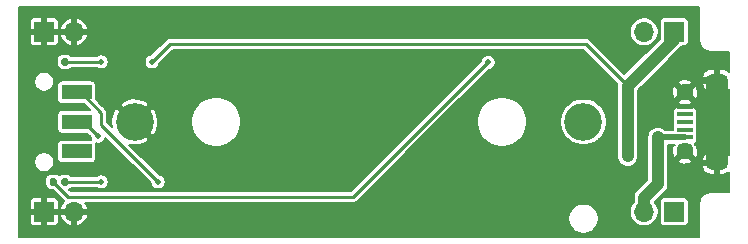
<source format=gbr>
G04 #@! TF.GenerationSoftware,KiCad,Pcbnew,5.1.6+dfsg1-1*
G04 #@! TF.CreationDate,2020-06-20T09:26:12-04:00*
G04 #@! TF.ProjectId,BreadBatt,42726561-6442-4617-9474-2e6b69636164,1*
G04 #@! TF.SameCoordinates,Original*
G04 #@! TF.FileFunction,Copper,L1,Top*
G04 #@! TF.FilePolarity,Positive*
%FSLAX46Y46*%
G04 Gerber Fmt 4.6, Leading zero omitted, Abs format (unit mm)*
G04 Created by KiCad (PCBNEW 5.1.6+dfsg1-1) date 2020-06-20 09:26:12*
%MOMM*%
%LPD*%
G01*
G04 APERTURE LIST*
G04 #@! TA.AperFunction,ComponentPad*
%ADD10C,3.200000*%
G04 #@! TD*
G04 #@! TA.AperFunction,SMDPad,CuDef*
%ADD11R,1.900000X1.500000*%
G04 #@! TD*
G04 #@! TA.AperFunction,ComponentPad*
%ADD12C,1.450000*%
G04 #@! TD*
G04 #@! TA.AperFunction,SMDPad,CuDef*
%ADD13R,1.350000X0.400000*%
G04 #@! TD*
G04 #@! TA.AperFunction,ComponentPad*
%ADD14O,1.900000X1.200000*%
G04 #@! TD*
G04 #@! TA.AperFunction,SMDPad,CuDef*
%ADD15R,1.900000X1.200000*%
G04 #@! TD*
G04 #@! TA.AperFunction,SMDPad,CuDef*
%ADD16R,2.500000X1.250000*%
G04 #@! TD*
G04 #@! TA.AperFunction,ComponentPad*
%ADD17R,1.700000X1.700000*%
G04 #@! TD*
G04 #@! TA.AperFunction,ComponentPad*
%ADD18O,1.700000X1.700000*%
G04 #@! TD*
G04 #@! TA.AperFunction,ViaPad*
%ADD19C,0.508000*%
G04 #@! TD*
G04 #@! TA.AperFunction,ViaPad*
%ADD20C,1.016000*%
G04 #@! TD*
G04 #@! TA.AperFunction,Conductor*
%ADD21C,0.254000*%
G04 #@! TD*
G04 #@! TA.AperFunction,Conductor*
%ADD22C,1.016000*%
G04 #@! TD*
G04 #@! TA.AperFunction,Conductor*
%ADD23C,0.508000*%
G04 #@! TD*
G04 #@! TA.AperFunction,Conductor*
%ADD24C,0.152400*%
G04 #@! TD*
G04 APERTURE END LIST*
D10*
X158700000Y-107950000D03*
X120700000Y-107950000D03*
G04 #@! TA.AperFunction,SMDPad,CuDef*
G36*
G01*
X114490000Y-113202500D02*
X114490000Y-112857500D01*
G75*
G02*
X114637500Y-112710000I147500J0D01*
G01*
X114932500Y-112710000D01*
G75*
G02*
X115080000Y-112857500I0J-147500D01*
G01*
X115080000Y-113202500D01*
G75*
G02*
X114932500Y-113350000I-147500J0D01*
G01*
X114637500Y-113350000D01*
G75*
G02*
X114490000Y-113202500I0J147500D01*
G01*
G37*
G04 #@! TD.AperFunction*
G04 #@! TA.AperFunction,SMDPad,CuDef*
G36*
G01*
X113520000Y-113202500D02*
X113520000Y-112857500D01*
G75*
G02*
X113667500Y-112710000I147500J0D01*
G01*
X113962500Y-112710000D01*
G75*
G02*
X114110000Y-112857500I0J-147500D01*
G01*
X114110000Y-113202500D01*
G75*
G02*
X113962500Y-113350000I-147500J0D01*
G01*
X113667500Y-113350000D01*
G75*
G02*
X113520000Y-113202500I0J147500D01*
G01*
G37*
G04 #@! TD.AperFunction*
G04 #@! TA.AperFunction,SMDPad,CuDef*
G36*
G01*
X113520000Y-103042500D02*
X113520000Y-102697500D01*
G75*
G02*
X113667500Y-102550000I147500J0D01*
G01*
X113962500Y-102550000D01*
G75*
G02*
X114110000Y-102697500I0J-147500D01*
G01*
X114110000Y-103042500D01*
G75*
G02*
X113962500Y-103190000I-147500J0D01*
G01*
X113667500Y-103190000D01*
G75*
G02*
X113520000Y-103042500I0J147500D01*
G01*
G37*
G04 #@! TD.AperFunction*
G04 #@! TA.AperFunction,SMDPad,CuDef*
G36*
G01*
X114490000Y-103042500D02*
X114490000Y-102697500D01*
G75*
G02*
X114637500Y-102550000I147500J0D01*
G01*
X114932500Y-102550000D01*
G75*
G02*
X115080000Y-102697500I0J-147500D01*
G01*
X115080000Y-103042500D01*
G75*
G02*
X114932500Y-103190000I-147500J0D01*
G01*
X114637500Y-103190000D01*
G75*
G02*
X114490000Y-103042500I0J147500D01*
G01*
G37*
G04 #@! TD.AperFunction*
D11*
X169995100Y-106950000D03*
D12*
X167295100Y-110450000D03*
D13*
X167295100Y-108600000D03*
X167295100Y-109250000D03*
X167295100Y-106650000D03*
X167295100Y-107300000D03*
X167295100Y-107950000D03*
D12*
X167295100Y-105450000D03*
D11*
X169995100Y-108950000D03*
D14*
X169995100Y-111450000D03*
X169995100Y-104450000D03*
D15*
X169995100Y-105050000D03*
X169995100Y-110850000D03*
D16*
X115780000Y-110450000D03*
X115780000Y-107950000D03*
X115780000Y-105450000D03*
D17*
X166370000Y-100330000D03*
D18*
X163830000Y-100330000D03*
X115570000Y-100330000D03*
D17*
X113030000Y-100330000D03*
X166370000Y-115570000D03*
D18*
X163830000Y-115570000D03*
X115570000Y-115570000D03*
D17*
X113030000Y-115570000D03*
D19*
X122682000Y-113030000D03*
X141097000Y-113792000D03*
D20*
X162433008Y-110871008D03*
D19*
X122174000Y-102870000D03*
X117856000Y-113030000D03*
X150622000Y-102910000D03*
X165003000Y-109250000D03*
X117856000Y-102870000D03*
X117602000Y-109156500D03*
D21*
X116118000Y-105450000D02*
X115780000Y-105450000D01*
X117856000Y-107188000D02*
X116118000Y-105450000D01*
X117856000Y-108204000D02*
X117856000Y-107188000D01*
X122682000Y-113030000D02*
X117856000Y-108204000D01*
X123698000Y-101346000D02*
X122174000Y-102870000D01*
D22*
X166370000Y-100978722D02*
X166370000Y-100330000D01*
X162433000Y-110871000D02*
X162433000Y-104915722D01*
X162433000Y-104915722D02*
X166370000Y-100978722D01*
D21*
X162433000Y-104915722D02*
X162433000Y-104902000D01*
X158877000Y-101346000D02*
X157861000Y-101346000D01*
X162433000Y-104902000D02*
X158877000Y-101346000D01*
X157988000Y-101346000D02*
X157861000Y-101346000D01*
X157861000Y-101346000D02*
X123698000Y-101346000D01*
X114785000Y-113030000D02*
X117856000Y-113030000D01*
X150582000Y-102910000D02*
X150622000Y-102910000D01*
X139192000Y-114300000D02*
X150582000Y-102910000D01*
X113815000Y-113030000D02*
X115085000Y-114300000D01*
X115085000Y-114300000D02*
X139192000Y-114300000D01*
D23*
X167295100Y-109250000D02*
X165003000Y-109250000D01*
D22*
X163830000Y-115570000D02*
X163830000Y-114367919D01*
X165003000Y-113194919D02*
X165003000Y-109250000D01*
X163830000Y-114367919D02*
X165003000Y-113194919D01*
D21*
X114785000Y-102870000D02*
X117856000Y-102870000D01*
X116405000Y-107950000D02*
X117602000Y-109147000D01*
X115780000Y-107950000D02*
X116405000Y-107950000D01*
X117602000Y-109147000D02*
X117602000Y-109156500D01*
D24*
G36*
X168516300Y-101111332D02*
G01*
X168517954Y-101128123D01*
X168517932Y-101131230D01*
X168518469Y-101136701D01*
X168528833Y-101235303D01*
X168535999Y-101270210D01*
X168542694Y-101305307D01*
X168544283Y-101310570D01*
X168573601Y-101405280D01*
X168587419Y-101438151D01*
X168600795Y-101471257D01*
X168603376Y-101476110D01*
X168650531Y-101563322D01*
X168670456Y-101592863D01*
X168690023Y-101622764D01*
X168693498Y-101627024D01*
X168756695Y-101703416D01*
X168781979Y-101728524D01*
X168806980Y-101754054D01*
X168811216Y-101757557D01*
X168888047Y-101820219D01*
X168917700Y-101839920D01*
X168947211Y-101860127D01*
X168952047Y-101862741D01*
X169039586Y-101909286D01*
X169072576Y-101922884D01*
X169105373Y-101936940D01*
X169110624Y-101938566D01*
X169205537Y-101967222D01*
X169240522Y-101974149D01*
X169275443Y-101981572D01*
X169280910Y-101982146D01*
X169379581Y-101991821D01*
X169379588Y-101991821D01*
X169398667Y-101993700D01*
X171056300Y-101993700D01*
X171056300Y-103732380D01*
X171050047Y-103724975D01*
X170895056Y-103601378D01*
X170718931Y-103510393D01*
X170528440Y-103455516D01*
X170330903Y-103438857D01*
X170172900Y-103548777D01*
X170172900Y-104272200D01*
X170192900Y-104272200D01*
X170192900Y-104627800D01*
X170172900Y-104627800D01*
X170172900Y-105351223D01*
X170330903Y-105461143D01*
X170528440Y-105444484D01*
X170718931Y-105389607D01*
X170895056Y-105298622D01*
X171050047Y-105175025D01*
X171056300Y-105167620D01*
X171056301Y-110732381D01*
X171050047Y-110724975D01*
X170895056Y-110601378D01*
X170718931Y-110510393D01*
X170528440Y-110455516D01*
X170330903Y-110438857D01*
X170172900Y-110548777D01*
X170172900Y-111272200D01*
X170192900Y-111272200D01*
X170192900Y-111627800D01*
X170172900Y-111627800D01*
X170172900Y-112351223D01*
X170330903Y-112461143D01*
X170528440Y-112444484D01*
X170718931Y-112389607D01*
X170895056Y-112298622D01*
X171050047Y-112175025D01*
X171056301Y-112167619D01*
X171056301Y-113906300D01*
X169398667Y-113906300D01*
X169381876Y-113907954D01*
X169378770Y-113907932D01*
X169373299Y-113908469D01*
X169274697Y-113918833D01*
X169239790Y-113925999D01*
X169204693Y-113932694D01*
X169199430Y-113934283D01*
X169104720Y-113963601D01*
X169071849Y-113977419D01*
X169038743Y-113990795D01*
X169033890Y-113993376D01*
X168946678Y-114040531D01*
X168917088Y-114060490D01*
X168887236Y-114080024D01*
X168882976Y-114083498D01*
X168806584Y-114146695D01*
X168781459Y-114171996D01*
X168755946Y-114196980D01*
X168752448Y-114201210D01*
X168752442Y-114201216D01*
X168752438Y-114201223D01*
X168689781Y-114278047D01*
X168670080Y-114307700D01*
X168649873Y-114337211D01*
X168647259Y-114342047D01*
X168600714Y-114429586D01*
X168587122Y-114462563D01*
X168573060Y-114495372D01*
X168571436Y-114500621D01*
X168571435Y-114500624D01*
X168542778Y-114595537D01*
X168535850Y-114630529D01*
X168528428Y-114665443D01*
X168527854Y-114670910D01*
X168518179Y-114769581D01*
X168518179Y-114769598D01*
X168516301Y-114788667D01*
X168516300Y-117716300D01*
X110883700Y-117716300D01*
X110883700Y-116420000D01*
X111797157Y-116420000D01*
X111804513Y-116494689D01*
X111826299Y-116566508D01*
X111861678Y-116632696D01*
X111909289Y-116690711D01*
X111967304Y-116738322D01*
X112033492Y-116773701D01*
X112105311Y-116795487D01*
X112180000Y-116802843D01*
X112756950Y-116801000D01*
X112852200Y-116705750D01*
X112852200Y-115747800D01*
X113207800Y-115747800D01*
X113207800Y-116705750D01*
X113303050Y-116801000D01*
X113880000Y-116802843D01*
X113954689Y-116795487D01*
X114026508Y-116773701D01*
X114092696Y-116738322D01*
X114150711Y-116690711D01*
X114198322Y-116632696D01*
X114233701Y-116566508D01*
X114255487Y-116494689D01*
X114262843Y-116420000D01*
X114261298Y-115936164D01*
X114394711Y-115936164D01*
X114488729Y-116158416D01*
X114624300Y-116358055D01*
X114796213Y-116527410D01*
X114997863Y-116659972D01*
X115203837Y-116745281D01*
X115392200Y-116691747D01*
X115392200Y-115747800D01*
X115747800Y-115747800D01*
X115747800Y-116691747D01*
X115936163Y-116745281D01*
X116142137Y-116659972D01*
X116343787Y-116527410D01*
X116515700Y-116358055D01*
X116651271Y-116158416D01*
X116708202Y-116023833D01*
X157419000Y-116023833D01*
X157419000Y-116276167D01*
X157468228Y-116523654D01*
X157564793Y-116756781D01*
X157704982Y-116966590D01*
X157883410Y-117145018D01*
X158093219Y-117285207D01*
X158326346Y-117381772D01*
X158573833Y-117431000D01*
X158826167Y-117431000D01*
X159073654Y-117381772D01*
X159306781Y-117285207D01*
X159516590Y-117145018D01*
X159695018Y-116966590D01*
X159835207Y-116756781D01*
X159931772Y-116523654D01*
X159981000Y-116276167D01*
X159981000Y-116023833D01*
X159931772Y-115776346D01*
X159835207Y-115543219D01*
X159772090Y-115448757D01*
X162599000Y-115448757D01*
X162599000Y-115691243D01*
X162646307Y-115929069D01*
X162739102Y-116153097D01*
X162873820Y-116354717D01*
X163045283Y-116526180D01*
X163246903Y-116660898D01*
X163470931Y-116753693D01*
X163708757Y-116801000D01*
X163951243Y-116801000D01*
X164189069Y-116753693D01*
X164413097Y-116660898D01*
X164614717Y-116526180D01*
X164786180Y-116354717D01*
X164920898Y-116153097D01*
X165013693Y-115929069D01*
X165061000Y-115691243D01*
X165061000Y-115448757D01*
X165013693Y-115210931D01*
X164920898Y-114986903D01*
X164786180Y-114785283D01*
X164728026Y-114727129D01*
X164735155Y-114720000D01*
X165137157Y-114720000D01*
X165137157Y-116420000D01*
X165144513Y-116494689D01*
X165166299Y-116566508D01*
X165201678Y-116632696D01*
X165249289Y-116690711D01*
X165307304Y-116738322D01*
X165373492Y-116773701D01*
X165445311Y-116795487D01*
X165520000Y-116802843D01*
X167220000Y-116802843D01*
X167294689Y-116795487D01*
X167366508Y-116773701D01*
X167432696Y-116738322D01*
X167490711Y-116690711D01*
X167538322Y-116632696D01*
X167573701Y-116566508D01*
X167595487Y-116494689D01*
X167602843Y-116420000D01*
X167602843Y-114720000D01*
X167595487Y-114645311D01*
X167573701Y-114573492D01*
X167538322Y-114507304D01*
X167490711Y-114449289D01*
X167432696Y-114401678D01*
X167366508Y-114366299D01*
X167294689Y-114344513D01*
X167220000Y-114337157D01*
X165520000Y-114337157D01*
X165445311Y-114344513D01*
X165373492Y-114366299D01*
X165307304Y-114401678D01*
X165249289Y-114449289D01*
X165201678Y-114507304D01*
X165166299Y-114573492D01*
X165144513Y-114645311D01*
X165137157Y-114720000D01*
X164735155Y-114720000D01*
X165600743Y-113854412D01*
X165634659Y-113826578D01*
X165745753Y-113691210D01*
X165828303Y-113536770D01*
X165879136Y-113369193D01*
X165892000Y-113238586D01*
X165892000Y-113238585D01*
X165896301Y-113194919D01*
X165892000Y-113151251D01*
X165892000Y-111776532D01*
X168720039Y-111776532D01*
X168812253Y-112023566D01*
X168940153Y-112175025D01*
X169095144Y-112298622D01*
X169271269Y-112389607D01*
X169461760Y-112444484D01*
X169659297Y-112461143D01*
X169817300Y-112351223D01*
X169817300Y-111627800D01*
X168777379Y-111627800D01*
X168720039Y-111776532D01*
X165892000Y-111776532D01*
X165892000Y-111283130D01*
X166713417Y-111283130D01*
X166794121Y-111442029D01*
X166997283Y-111520703D01*
X167211889Y-111558231D01*
X167429693Y-111553171D01*
X167642325Y-111505716D01*
X167796079Y-111442029D01*
X167876783Y-111283130D01*
X167717121Y-111123468D01*
X168720039Y-111123468D01*
X168777379Y-111272200D01*
X169817300Y-111272200D01*
X169817300Y-110548777D01*
X169659297Y-110438857D01*
X169461760Y-110455516D01*
X169271269Y-110510393D01*
X169095144Y-110601378D01*
X168940153Y-110724975D01*
X168812253Y-110876434D01*
X168720039Y-111123468D01*
X167717121Y-111123468D01*
X167295100Y-110701447D01*
X166713417Y-111283130D01*
X165892000Y-111283130D01*
X165892000Y-109885000D01*
X166429123Y-109885000D01*
X166303071Y-109949021D01*
X166224397Y-110152183D01*
X166186869Y-110366789D01*
X166191929Y-110584593D01*
X166239384Y-110797225D01*
X166303071Y-110950979D01*
X166461970Y-111031683D01*
X167043653Y-110450000D01*
X167029511Y-110435858D01*
X167280958Y-110184411D01*
X167295100Y-110198553D01*
X167309243Y-110184411D01*
X167560690Y-110435858D01*
X167546547Y-110450000D01*
X168128230Y-111031683D01*
X168287129Y-110950979D01*
X168365803Y-110747817D01*
X168403331Y-110533211D01*
X168398271Y-110315407D01*
X168350816Y-110102775D01*
X168287129Y-109949021D01*
X168128232Y-109868318D01*
X168206409Y-109790141D01*
X168183781Y-109767513D01*
X168240811Y-109720711D01*
X168288422Y-109662696D01*
X168323801Y-109596508D01*
X168345587Y-109524689D01*
X168352943Y-109450000D01*
X168352943Y-109050000D01*
X168345587Y-108975311D01*
X168330325Y-108925000D01*
X168345587Y-108874689D01*
X168352943Y-108800000D01*
X168352943Y-108400000D01*
X168345587Y-108325311D01*
X168330325Y-108275000D01*
X168345587Y-108224689D01*
X168352943Y-108150000D01*
X168352943Y-107750000D01*
X168345587Y-107675311D01*
X168330325Y-107625000D01*
X168345587Y-107574689D01*
X168352943Y-107500000D01*
X168352943Y-107100000D01*
X168345587Y-107025311D01*
X168323801Y-106953492D01*
X168288422Y-106887304D01*
X168240811Y-106829289D01*
X168182796Y-106781678D01*
X168116608Y-106746299D01*
X168044789Y-106724513D01*
X167970100Y-106717157D01*
X166620100Y-106717157D01*
X166545411Y-106724513D01*
X166473592Y-106746299D01*
X166407404Y-106781678D01*
X166349389Y-106829289D01*
X166301778Y-106887304D01*
X166266399Y-106953492D01*
X166244613Y-107025311D01*
X166237257Y-107100000D01*
X166237257Y-107500000D01*
X166244613Y-107574689D01*
X166259875Y-107625000D01*
X166244613Y-107675311D01*
X166237257Y-107750000D01*
X166237257Y-108150000D01*
X166244613Y-108224689D01*
X166259875Y-108275000D01*
X166244613Y-108325311D01*
X166237257Y-108400000D01*
X166237257Y-108615000D01*
X165630588Y-108615000D01*
X165499291Y-108507247D01*
X165344851Y-108424697D01*
X165177274Y-108373864D01*
X165003000Y-108356699D01*
X164828727Y-108373864D01*
X164661150Y-108424697D01*
X164506710Y-108507247D01*
X164371342Y-108618341D01*
X164260248Y-108753709D01*
X164177698Y-108908149D01*
X164126865Y-109075726D01*
X164114001Y-109206333D01*
X164114000Y-112826683D01*
X163232259Y-113708425D01*
X163198342Y-113736260D01*
X163170507Y-113770177D01*
X163170505Y-113770179D01*
X163087248Y-113871628D01*
X163004698Y-114026067D01*
X162953864Y-114193645D01*
X162936700Y-114367919D01*
X162941001Y-114411588D01*
X162941001Y-114718102D01*
X162873820Y-114785283D01*
X162739102Y-114986903D01*
X162646307Y-115210931D01*
X162599000Y-115448757D01*
X159772090Y-115448757D01*
X159695018Y-115333410D01*
X159516590Y-115154982D01*
X159306781Y-115014793D01*
X159073654Y-114918228D01*
X158826167Y-114869000D01*
X158573833Y-114869000D01*
X158326346Y-114918228D01*
X158093219Y-115014793D01*
X157883410Y-115154982D01*
X157704982Y-115333410D01*
X157564793Y-115543219D01*
X157468228Y-115776346D01*
X157419000Y-116023833D01*
X116708202Y-116023833D01*
X116745289Y-115936164D01*
X116692850Y-115747800D01*
X115747800Y-115747800D01*
X115392200Y-115747800D01*
X114447150Y-115747800D01*
X114394711Y-115936164D01*
X114261298Y-115936164D01*
X114261000Y-115843050D01*
X114165750Y-115747800D01*
X113207800Y-115747800D01*
X112852200Y-115747800D01*
X111894250Y-115747800D01*
X111799000Y-115843050D01*
X111797157Y-116420000D01*
X110883700Y-116420000D01*
X110883700Y-114720000D01*
X111797157Y-114720000D01*
X111799000Y-115296950D01*
X111894250Y-115392200D01*
X112852200Y-115392200D01*
X112852200Y-114434250D01*
X113207800Y-114434250D01*
X113207800Y-115392200D01*
X114165750Y-115392200D01*
X114261000Y-115296950D01*
X114262843Y-114720000D01*
X114255487Y-114645311D01*
X114233701Y-114573492D01*
X114198322Y-114507304D01*
X114150711Y-114449289D01*
X114092696Y-114401678D01*
X114026508Y-114366299D01*
X113954689Y-114344513D01*
X113880000Y-114337157D01*
X113303050Y-114339000D01*
X113207800Y-114434250D01*
X112852200Y-114434250D01*
X112756950Y-114339000D01*
X112180000Y-114337157D01*
X112105311Y-114344513D01*
X112033492Y-114366299D01*
X111967304Y-114401678D01*
X111909289Y-114449289D01*
X111861678Y-114507304D01*
X111826299Y-114573492D01*
X111804513Y-114645311D01*
X111797157Y-114720000D01*
X110883700Y-114720000D01*
X110883700Y-112857500D01*
X113137157Y-112857500D01*
X113137157Y-113202500D01*
X113147347Y-113305965D01*
X113177527Y-113405453D01*
X113226536Y-113497143D01*
X113292491Y-113577509D01*
X113372857Y-113643464D01*
X113464547Y-113692473D01*
X113564035Y-113722653D01*
X113667500Y-113732843D01*
X113799423Y-113732843D01*
X114708150Y-114641571D01*
X114724052Y-114660948D01*
X114736639Y-114671278D01*
X114624300Y-114781945D01*
X114488729Y-114981584D01*
X114394711Y-115203836D01*
X114447150Y-115392200D01*
X115392200Y-115392200D01*
X115392200Y-115372200D01*
X115747800Y-115372200D01*
X115747800Y-115392200D01*
X116692850Y-115392200D01*
X116745289Y-115203836D01*
X116651271Y-114981584D01*
X116533393Y-114808000D01*
X139167056Y-114808000D01*
X139192000Y-114810457D01*
X139216944Y-114808000D01*
X139216947Y-114808000D01*
X139291585Y-114800649D01*
X139387343Y-114771601D01*
X139475595Y-114724429D01*
X139552948Y-114660948D01*
X139568855Y-114641565D01*
X146470305Y-107740115D01*
X149669000Y-107740115D01*
X149669000Y-108159885D01*
X149750893Y-108571590D01*
X149911532Y-108959407D01*
X150144744Y-109308433D01*
X150441567Y-109605256D01*
X150790593Y-109838468D01*
X151178410Y-109999107D01*
X151590115Y-110081000D01*
X152009885Y-110081000D01*
X152421590Y-109999107D01*
X152809407Y-109838468D01*
X153158433Y-109605256D01*
X153455256Y-109308433D01*
X153688468Y-108959407D01*
X153849107Y-108571590D01*
X153931000Y-108159885D01*
X153931000Y-107754889D01*
X156719000Y-107754889D01*
X156719000Y-108145111D01*
X156795129Y-108527836D01*
X156944461Y-108888355D01*
X157161257Y-109212814D01*
X157437186Y-109488743D01*
X157761645Y-109705539D01*
X158122164Y-109854871D01*
X158504889Y-109931000D01*
X158895111Y-109931000D01*
X159277836Y-109854871D01*
X159638355Y-109705539D01*
X159962814Y-109488743D01*
X160238743Y-109212814D01*
X160455539Y-108888355D01*
X160604871Y-108527836D01*
X160681000Y-108145111D01*
X160681000Y-107754889D01*
X160604871Y-107372164D01*
X160455539Y-107011645D01*
X160238743Y-106687186D01*
X159962814Y-106411257D01*
X159638355Y-106194461D01*
X159277836Y-106045129D01*
X158895111Y-105969000D01*
X158504889Y-105969000D01*
X158122164Y-106045129D01*
X157761645Y-106194461D01*
X157437186Y-106411257D01*
X157161257Y-106687186D01*
X156944461Y-107011645D01*
X156795129Y-107372164D01*
X156719000Y-107754889D01*
X153931000Y-107754889D01*
X153931000Y-107740115D01*
X153849107Y-107328410D01*
X153688468Y-106940593D01*
X153455256Y-106591567D01*
X153158433Y-106294744D01*
X152809407Y-106061532D01*
X152421590Y-105900893D01*
X152009885Y-105819000D01*
X151590115Y-105819000D01*
X151178410Y-105900893D01*
X150790593Y-106061532D01*
X150441567Y-106294744D01*
X150144744Y-106591567D01*
X149911532Y-106940593D01*
X149750893Y-107328410D01*
X149669000Y-107740115D01*
X146470305Y-107740115D01*
X150665421Y-103545000D01*
X150684542Y-103545000D01*
X150807223Y-103520597D01*
X150922785Y-103472729D01*
X151026789Y-103403236D01*
X151115236Y-103314789D01*
X151184729Y-103210785D01*
X151232597Y-103095223D01*
X151257000Y-102972542D01*
X151257000Y-102847458D01*
X151232597Y-102724777D01*
X151184729Y-102609215D01*
X151115236Y-102505211D01*
X151026789Y-102416764D01*
X150922785Y-102347271D01*
X150807223Y-102299403D01*
X150684542Y-102275000D01*
X150559458Y-102275000D01*
X150436777Y-102299403D01*
X150321215Y-102347271D01*
X150217211Y-102416764D01*
X150128764Y-102505211D01*
X150059271Y-102609215D01*
X150011403Y-102724777D01*
X150002117Y-102771462D01*
X138981580Y-113792000D01*
X115295421Y-113792000D01*
X115174841Y-113671420D01*
X115227143Y-113643464D01*
X115307509Y-113577509D01*
X115339933Y-113538000D01*
X117473307Y-113538000D01*
X117555215Y-113592729D01*
X117670777Y-113640597D01*
X117793458Y-113665000D01*
X117918542Y-113665000D01*
X118041223Y-113640597D01*
X118156785Y-113592729D01*
X118260789Y-113523236D01*
X118349236Y-113434789D01*
X118418729Y-113330785D01*
X118466597Y-113215223D01*
X118491000Y-113092542D01*
X118491000Y-112967458D01*
X118466597Y-112844777D01*
X118418729Y-112729215D01*
X118349236Y-112625211D01*
X118260789Y-112536764D01*
X118156785Y-112467271D01*
X118041223Y-112419403D01*
X117918542Y-112395000D01*
X117793458Y-112395000D01*
X117670777Y-112419403D01*
X117555215Y-112467271D01*
X117473307Y-112522000D01*
X115339933Y-112522000D01*
X115307509Y-112482491D01*
X115227143Y-112416536D01*
X115135453Y-112367527D01*
X115035965Y-112337347D01*
X114932500Y-112327157D01*
X114637500Y-112327157D01*
X114534035Y-112337347D01*
X114434547Y-112367527D01*
X114342857Y-112416536D01*
X114300000Y-112451708D01*
X114257143Y-112416536D01*
X114165453Y-112367527D01*
X114065965Y-112337347D01*
X113962500Y-112327157D01*
X113667500Y-112327157D01*
X113564035Y-112337347D01*
X113464547Y-112367527D01*
X113372857Y-112416536D01*
X113292491Y-112482491D01*
X113226536Y-112562857D01*
X113177527Y-112654547D01*
X113147347Y-112754035D01*
X113137157Y-112857500D01*
X110883700Y-112857500D01*
X110883700Y-111268154D01*
X112199000Y-111268154D01*
X112199000Y-111431846D01*
X112230935Y-111592394D01*
X112293577Y-111743626D01*
X112384520Y-111879732D01*
X112500268Y-111995480D01*
X112636374Y-112086423D01*
X112787606Y-112149065D01*
X112948154Y-112181000D01*
X113111846Y-112181000D01*
X113272394Y-112149065D01*
X113423626Y-112086423D01*
X113559732Y-111995480D01*
X113675480Y-111879732D01*
X113766423Y-111743626D01*
X113829065Y-111592394D01*
X113861000Y-111431846D01*
X113861000Y-111268154D01*
X113829065Y-111107606D01*
X113766423Y-110956374D01*
X113675480Y-110820268D01*
X113559732Y-110704520D01*
X113423626Y-110613577D01*
X113272394Y-110550935D01*
X113111846Y-110519000D01*
X112948154Y-110519000D01*
X112787606Y-110550935D01*
X112636374Y-110613577D01*
X112500268Y-110704520D01*
X112384520Y-110820268D01*
X112293577Y-110956374D01*
X112230935Y-111107606D01*
X112199000Y-111268154D01*
X110883700Y-111268154D01*
X110883700Y-104468154D01*
X112199000Y-104468154D01*
X112199000Y-104631846D01*
X112230935Y-104792394D01*
X112293577Y-104943626D01*
X112384520Y-105079732D01*
X112500268Y-105195480D01*
X112636374Y-105286423D01*
X112787606Y-105349065D01*
X112948154Y-105381000D01*
X113111846Y-105381000D01*
X113272394Y-105349065D01*
X113423626Y-105286423D01*
X113559732Y-105195480D01*
X113675480Y-105079732D01*
X113766423Y-104943626D01*
X113815559Y-104825000D01*
X114147157Y-104825000D01*
X114147157Y-106075000D01*
X114154513Y-106149689D01*
X114176299Y-106221508D01*
X114211678Y-106287696D01*
X114259289Y-106345711D01*
X114317304Y-106393322D01*
X114383492Y-106428701D01*
X114455311Y-106450487D01*
X114530000Y-106457843D01*
X116407423Y-106457843D01*
X116891736Y-106942157D01*
X114530000Y-106942157D01*
X114455311Y-106949513D01*
X114383492Y-106971299D01*
X114317304Y-107006678D01*
X114259289Y-107054289D01*
X114211678Y-107112304D01*
X114176299Y-107178492D01*
X114154513Y-107250311D01*
X114147157Y-107325000D01*
X114147157Y-108575000D01*
X114154513Y-108649689D01*
X114176299Y-108721508D01*
X114211678Y-108787696D01*
X114259289Y-108845711D01*
X114317304Y-108893322D01*
X114383492Y-108928701D01*
X114455311Y-108950487D01*
X114530000Y-108957843D01*
X116694423Y-108957843D01*
X116969825Y-109233245D01*
X116991403Y-109341723D01*
X117033132Y-109442466D01*
X117030000Y-109442157D01*
X114530000Y-109442157D01*
X114455311Y-109449513D01*
X114383492Y-109471299D01*
X114317304Y-109506678D01*
X114259289Y-109554289D01*
X114211678Y-109612304D01*
X114176299Y-109678492D01*
X114154513Y-109750311D01*
X114147157Y-109825000D01*
X114147157Y-111075000D01*
X114154513Y-111149689D01*
X114176299Y-111221508D01*
X114211678Y-111287696D01*
X114259289Y-111345711D01*
X114317304Y-111393322D01*
X114383492Y-111428701D01*
X114455311Y-111450487D01*
X114530000Y-111457843D01*
X117030000Y-111457843D01*
X117104689Y-111450487D01*
X117176508Y-111428701D01*
X117242696Y-111393322D01*
X117300711Y-111345711D01*
X117348322Y-111287696D01*
X117383701Y-111221508D01*
X117405487Y-111149689D01*
X117412843Y-111075000D01*
X117412843Y-109825000D01*
X117406730Y-109762935D01*
X117416777Y-109767097D01*
X117539458Y-109791500D01*
X117664542Y-109791500D01*
X117787223Y-109767097D01*
X117902785Y-109719229D01*
X118006789Y-109649736D01*
X118095236Y-109561289D01*
X118164729Y-109457285D01*
X118212597Y-109341723D01*
X118223001Y-109289421D01*
X122052184Y-113118604D01*
X122071403Y-113215223D01*
X122119271Y-113330785D01*
X122188764Y-113434789D01*
X122277211Y-113523236D01*
X122381215Y-113592729D01*
X122496777Y-113640597D01*
X122619458Y-113665000D01*
X122744542Y-113665000D01*
X122867223Y-113640597D01*
X122982785Y-113592729D01*
X123086789Y-113523236D01*
X123175236Y-113434789D01*
X123244729Y-113330785D01*
X123292597Y-113215223D01*
X123317000Y-113092542D01*
X123317000Y-112967458D01*
X123292597Y-112844777D01*
X123244729Y-112729215D01*
X123175236Y-112625211D01*
X123086789Y-112536764D01*
X122982785Y-112467271D01*
X122867223Y-112419403D01*
X122770604Y-112400184D01*
X120249824Y-109879404D01*
X120410052Y-109919355D01*
X120799825Y-109938080D01*
X121185762Y-109880405D01*
X121553032Y-109748545D01*
X121721517Y-109658488D01*
X121908571Y-109410018D01*
X120700000Y-108201447D01*
X120685858Y-108215590D01*
X120434411Y-107964143D01*
X120448553Y-107950000D01*
X120951447Y-107950000D01*
X122160018Y-109158571D01*
X122408488Y-108971517D01*
X122574948Y-108618579D01*
X122669355Y-108239948D01*
X122688080Y-107850175D01*
X122671633Y-107740115D01*
X125469000Y-107740115D01*
X125469000Y-108159885D01*
X125550893Y-108571590D01*
X125711532Y-108959407D01*
X125944744Y-109308433D01*
X126241567Y-109605256D01*
X126590593Y-109838468D01*
X126978410Y-109999107D01*
X127390115Y-110081000D01*
X127809885Y-110081000D01*
X128221590Y-109999107D01*
X128609407Y-109838468D01*
X128958433Y-109605256D01*
X129255256Y-109308433D01*
X129488468Y-108959407D01*
X129649107Y-108571590D01*
X129731000Y-108159885D01*
X129731000Y-107740115D01*
X129649107Y-107328410D01*
X129488468Y-106940593D01*
X129255256Y-106591567D01*
X128958433Y-106294744D01*
X128609407Y-106061532D01*
X128221590Y-105900893D01*
X127809885Y-105819000D01*
X127390115Y-105819000D01*
X126978410Y-105900893D01*
X126590593Y-106061532D01*
X126241567Y-106294744D01*
X125944744Y-106591567D01*
X125711532Y-106940593D01*
X125550893Y-107328410D01*
X125469000Y-107740115D01*
X122671633Y-107740115D01*
X122630405Y-107464238D01*
X122498545Y-107096968D01*
X122408488Y-106928483D01*
X122160018Y-106741429D01*
X120951447Y-107950000D01*
X120448553Y-107950000D01*
X119239982Y-106741429D01*
X118991512Y-106928483D01*
X118825052Y-107281421D01*
X118730645Y-107660052D01*
X118711920Y-108049825D01*
X118763167Y-108392747D01*
X118364000Y-107993580D01*
X118364000Y-107212943D01*
X118366457Y-107187999D01*
X118364000Y-107163053D01*
X118356649Y-107088415D01*
X118327601Y-106992657D01*
X118293299Y-106928483D01*
X118280429Y-106904404D01*
X118232850Y-106846429D01*
X118216948Y-106827052D01*
X118197571Y-106811150D01*
X117876403Y-106489982D01*
X119491429Y-106489982D01*
X120700000Y-107698553D01*
X121908571Y-106489982D01*
X121721517Y-106241512D01*
X121368579Y-106075052D01*
X120989948Y-105980645D01*
X120600175Y-105961920D01*
X120214238Y-106019595D01*
X119846968Y-106151455D01*
X119678483Y-106241512D01*
X119491429Y-106489982D01*
X117876403Y-106489982D01*
X117412843Y-106026422D01*
X117412843Y-104825000D01*
X117405487Y-104750311D01*
X117383701Y-104678492D01*
X117348322Y-104612304D01*
X117300711Y-104554289D01*
X117242696Y-104506678D01*
X117176508Y-104471299D01*
X117104689Y-104449513D01*
X117030000Y-104442157D01*
X114530000Y-104442157D01*
X114455311Y-104449513D01*
X114383492Y-104471299D01*
X114317304Y-104506678D01*
X114259289Y-104554289D01*
X114211678Y-104612304D01*
X114176299Y-104678492D01*
X114154513Y-104750311D01*
X114147157Y-104825000D01*
X113815559Y-104825000D01*
X113829065Y-104792394D01*
X113861000Y-104631846D01*
X113861000Y-104468154D01*
X113829065Y-104307606D01*
X113766423Y-104156374D01*
X113675480Y-104020268D01*
X113559732Y-103904520D01*
X113423626Y-103813577D01*
X113272394Y-103750935D01*
X113111846Y-103719000D01*
X112948154Y-103719000D01*
X112787606Y-103750935D01*
X112636374Y-103813577D01*
X112500268Y-103904520D01*
X112384520Y-104020268D01*
X112293577Y-104156374D01*
X112230935Y-104307606D01*
X112199000Y-104468154D01*
X110883700Y-104468154D01*
X110883700Y-102697500D01*
X114107157Y-102697500D01*
X114107157Y-103042500D01*
X114117347Y-103145965D01*
X114147527Y-103245453D01*
X114196536Y-103337143D01*
X114262491Y-103417509D01*
X114342857Y-103483464D01*
X114434547Y-103532473D01*
X114534035Y-103562653D01*
X114637500Y-103572843D01*
X114932500Y-103572843D01*
X115035965Y-103562653D01*
X115135453Y-103532473D01*
X115227143Y-103483464D01*
X115307509Y-103417509D01*
X115339933Y-103378000D01*
X117473307Y-103378000D01*
X117555215Y-103432729D01*
X117670777Y-103480597D01*
X117793458Y-103505000D01*
X117918542Y-103505000D01*
X118041223Y-103480597D01*
X118156785Y-103432729D01*
X118260789Y-103363236D01*
X118349236Y-103274789D01*
X118418729Y-103170785D01*
X118466597Y-103055223D01*
X118491000Y-102932542D01*
X118491000Y-102807458D01*
X121539000Y-102807458D01*
X121539000Y-102932542D01*
X121563403Y-103055223D01*
X121611271Y-103170785D01*
X121680764Y-103274789D01*
X121769211Y-103363236D01*
X121873215Y-103432729D01*
X121988777Y-103480597D01*
X122111458Y-103505000D01*
X122236542Y-103505000D01*
X122359223Y-103480597D01*
X122474785Y-103432729D01*
X122578789Y-103363236D01*
X122667236Y-103274789D01*
X122736729Y-103170785D01*
X122784597Y-103055223D01*
X122803816Y-102958604D01*
X123908421Y-101854000D01*
X158666580Y-101854000D01*
X161556610Y-104744031D01*
X161539700Y-104915722D01*
X161544001Y-104959392D01*
X161544000Y-110914666D01*
X161544008Y-110914747D01*
X161544008Y-110958567D01*
X161552557Y-111001546D01*
X161556864Y-111045273D01*
X161569619Y-111087321D01*
X161578172Y-111130320D01*
X161594947Y-111170818D01*
X161607697Y-111212850D01*
X161628405Y-111251591D01*
X161645187Y-111292107D01*
X161669550Y-111328570D01*
X161690247Y-111367290D01*
X161718100Y-111401229D01*
X161742477Y-111437712D01*
X161773502Y-111468737D01*
X161801341Y-111502659D01*
X161835264Y-111530499D01*
X161866304Y-111561539D01*
X161902802Y-111585926D01*
X161936709Y-111613753D01*
X161975395Y-111634431D01*
X162011909Y-111658829D01*
X162052482Y-111675635D01*
X162091149Y-111696303D01*
X162133100Y-111709029D01*
X162173696Y-111725844D01*
X162216799Y-111734418D01*
X162258726Y-111747136D01*
X162302327Y-111751430D01*
X162345449Y-111760008D01*
X162389414Y-111760008D01*
X162433000Y-111764301D01*
X162476586Y-111760008D01*
X162520567Y-111760008D01*
X162563705Y-111751427D01*
X162607273Y-111747136D01*
X162649168Y-111734428D01*
X162692320Y-111725844D01*
X162732962Y-111709009D01*
X162774850Y-111696303D01*
X162813458Y-111675666D01*
X162854107Y-111658829D01*
X162890689Y-111634386D01*
X162929290Y-111613753D01*
X162963124Y-111585986D01*
X162999712Y-111561539D01*
X163030827Y-111530424D01*
X163064659Y-111502659D01*
X163092426Y-111468825D01*
X163123539Y-111437712D01*
X163147984Y-111401128D01*
X163175753Y-111367291D01*
X163196388Y-111328685D01*
X163220829Y-111292107D01*
X163237665Y-111251463D01*
X163258303Y-111212851D01*
X163271010Y-111170959D01*
X163287844Y-111130320D01*
X163296427Y-111087171D01*
X163309136Y-111045274D01*
X163313427Y-111001705D01*
X163322008Y-110958567D01*
X163322008Y-110783449D01*
X163322000Y-110783409D01*
X163322000Y-106283130D01*
X166713417Y-106283130D01*
X166794121Y-106442029D01*
X166997283Y-106520703D01*
X167211889Y-106558231D01*
X167429693Y-106553171D01*
X167642325Y-106505716D01*
X167796079Y-106442029D01*
X167876783Y-106283130D01*
X167295100Y-105701447D01*
X166713417Y-106283130D01*
X163322000Y-106283130D01*
X163322000Y-105366789D01*
X166186869Y-105366789D01*
X166191929Y-105584593D01*
X166239384Y-105797225D01*
X166303071Y-105950979D01*
X166461970Y-106031683D01*
X167043653Y-105450000D01*
X167546547Y-105450000D01*
X168128230Y-106031683D01*
X168287129Y-105950979D01*
X168365803Y-105747817D01*
X168403331Y-105533211D01*
X168398271Y-105315407D01*
X168350816Y-105102775D01*
X168287129Y-104949021D01*
X168128230Y-104868317D01*
X167546547Y-105450000D01*
X167043653Y-105450000D01*
X166461970Y-104868317D01*
X166303071Y-104949021D01*
X166224397Y-105152183D01*
X166186869Y-105366789D01*
X163322000Y-105366789D01*
X163322000Y-105283957D01*
X163989087Y-104616870D01*
X166713417Y-104616870D01*
X167295100Y-105198553D01*
X167717121Y-104776532D01*
X168720039Y-104776532D01*
X168812253Y-105023566D01*
X168940153Y-105175025D01*
X169095144Y-105298622D01*
X169271269Y-105389607D01*
X169461760Y-105444484D01*
X169659297Y-105461143D01*
X169817300Y-105351223D01*
X169817300Y-104627800D01*
X168777379Y-104627800D01*
X168720039Y-104776532D01*
X167717121Y-104776532D01*
X167876783Y-104616870D01*
X167796079Y-104457971D01*
X167592917Y-104379297D01*
X167378311Y-104341769D01*
X167160507Y-104346829D01*
X166947875Y-104394284D01*
X166794121Y-104457971D01*
X166713417Y-104616870D01*
X163989087Y-104616870D01*
X164482489Y-104123468D01*
X168720039Y-104123468D01*
X168777379Y-104272200D01*
X169817300Y-104272200D01*
X169817300Y-103548777D01*
X169659297Y-103438857D01*
X169461760Y-103455516D01*
X169271269Y-103510393D01*
X169095144Y-103601378D01*
X168940153Y-103724975D01*
X168812253Y-103876434D01*
X168720039Y-104123468D01*
X164482489Y-104123468D01*
X166967743Y-101638215D01*
X167001659Y-101610381D01*
X167035717Y-101568882D01*
X167040673Y-101562843D01*
X167220000Y-101562843D01*
X167294689Y-101555487D01*
X167366508Y-101533701D01*
X167432696Y-101498322D01*
X167490711Y-101450711D01*
X167538322Y-101392696D01*
X167573701Y-101326508D01*
X167595487Y-101254689D01*
X167602843Y-101180000D01*
X167602843Y-99480000D01*
X167595487Y-99405311D01*
X167573701Y-99333492D01*
X167538322Y-99267304D01*
X167490711Y-99209289D01*
X167432696Y-99161678D01*
X167366508Y-99126299D01*
X167294689Y-99104513D01*
X167220000Y-99097157D01*
X165520000Y-99097157D01*
X165445311Y-99104513D01*
X165373492Y-99126299D01*
X165307304Y-99161678D01*
X165249289Y-99209289D01*
X165201678Y-99267304D01*
X165166299Y-99333492D01*
X165144513Y-99405311D01*
X165137157Y-99480000D01*
X165137157Y-100954329D01*
X162170454Y-103921033D01*
X159253855Y-101004435D01*
X159237948Y-100985052D01*
X159160595Y-100921571D01*
X159072343Y-100874399D01*
X158976585Y-100845351D01*
X158901947Y-100838000D01*
X158901944Y-100838000D01*
X158877000Y-100835543D01*
X158852056Y-100838000D01*
X123722943Y-100838000D01*
X123697999Y-100835543D01*
X123673055Y-100838000D01*
X123673053Y-100838000D01*
X123598415Y-100845351D01*
X123502657Y-100874399D01*
X123502655Y-100874400D01*
X123414404Y-100921571D01*
X123359810Y-100966376D01*
X123337052Y-100985052D01*
X123321150Y-101004429D01*
X122085396Y-102240184D01*
X121988777Y-102259403D01*
X121873215Y-102307271D01*
X121769211Y-102376764D01*
X121680764Y-102465211D01*
X121611271Y-102569215D01*
X121563403Y-102684777D01*
X121539000Y-102807458D01*
X118491000Y-102807458D01*
X118466597Y-102684777D01*
X118418729Y-102569215D01*
X118349236Y-102465211D01*
X118260789Y-102376764D01*
X118156785Y-102307271D01*
X118041223Y-102259403D01*
X117918542Y-102235000D01*
X117793458Y-102235000D01*
X117670777Y-102259403D01*
X117555215Y-102307271D01*
X117473307Y-102362000D01*
X115339933Y-102362000D01*
X115307509Y-102322491D01*
X115227143Y-102256536D01*
X115135453Y-102207527D01*
X115035965Y-102177347D01*
X114932500Y-102167157D01*
X114637500Y-102167157D01*
X114534035Y-102177347D01*
X114434547Y-102207527D01*
X114342857Y-102256536D01*
X114262491Y-102322491D01*
X114196536Y-102402857D01*
X114147527Y-102494547D01*
X114117347Y-102594035D01*
X114107157Y-102697500D01*
X110883700Y-102697500D01*
X110883700Y-101180000D01*
X111797157Y-101180000D01*
X111804513Y-101254689D01*
X111826299Y-101326508D01*
X111861678Y-101392696D01*
X111909289Y-101450711D01*
X111967304Y-101498322D01*
X112033492Y-101533701D01*
X112105311Y-101555487D01*
X112180000Y-101562843D01*
X112756950Y-101561000D01*
X112852200Y-101465750D01*
X112852200Y-100507800D01*
X113207800Y-100507800D01*
X113207800Y-101465750D01*
X113303050Y-101561000D01*
X113880000Y-101562843D01*
X113954689Y-101555487D01*
X114026508Y-101533701D01*
X114092696Y-101498322D01*
X114150711Y-101450711D01*
X114198322Y-101392696D01*
X114233701Y-101326508D01*
X114255487Y-101254689D01*
X114262843Y-101180000D01*
X114261298Y-100696164D01*
X114394711Y-100696164D01*
X114488729Y-100918416D01*
X114624300Y-101118055D01*
X114796213Y-101287410D01*
X114997863Y-101419972D01*
X115203837Y-101505281D01*
X115392200Y-101451747D01*
X115392200Y-100507800D01*
X115747800Y-100507800D01*
X115747800Y-101451747D01*
X115936163Y-101505281D01*
X116142137Y-101419972D01*
X116343787Y-101287410D01*
X116515700Y-101118055D01*
X116651271Y-100918416D01*
X116745289Y-100696164D01*
X116692850Y-100507800D01*
X115747800Y-100507800D01*
X115392200Y-100507800D01*
X114447150Y-100507800D01*
X114394711Y-100696164D01*
X114261298Y-100696164D01*
X114261000Y-100603050D01*
X114165750Y-100507800D01*
X113207800Y-100507800D01*
X112852200Y-100507800D01*
X111894250Y-100507800D01*
X111799000Y-100603050D01*
X111797157Y-101180000D01*
X110883700Y-101180000D01*
X110883700Y-100208757D01*
X162599000Y-100208757D01*
X162599000Y-100451243D01*
X162646307Y-100689069D01*
X162739102Y-100913097D01*
X162873820Y-101114717D01*
X163045283Y-101286180D01*
X163246903Y-101420898D01*
X163470931Y-101513693D01*
X163708757Y-101561000D01*
X163951243Y-101561000D01*
X164189069Y-101513693D01*
X164413097Y-101420898D01*
X164614717Y-101286180D01*
X164786180Y-101114717D01*
X164920898Y-100913097D01*
X165013693Y-100689069D01*
X165061000Y-100451243D01*
X165061000Y-100208757D01*
X165013693Y-99970931D01*
X164920898Y-99746903D01*
X164786180Y-99545283D01*
X164614717Y-99373820D01*
X164413097Y-99239102D01*
X164189069Y-99146307D01*
X163951243Y-99099000D01*
X163708757Y-99099000D01*
X163470931Y-99146307D01*
X163246903Y-99239102D01*
X163045283Y-99373820D01*
X162873820Y-99545283D01*
X162739102Y-99746903D01*
X162646307Y-99970931D01*
X162599000Y-100208757D01*
X110883700Y-100208757D01*
X110883700Y-99480000D01*
X111797157Y-99480000D01*
X111799000Y-100056950D01*
X111894250Y-100152200D01*
X112852200Y-100152200D01*
X112852200Y-99194250D01*
X113207800Y-99194250D01*
X113207800Y-100152200D01*
X114165750Y-100152200D01*
X114261000Y-100056950D01*
X114261297Y-99963836D01*
X114394711Y-99963836D01*
X114447150Y-100152200D01*
X115392200Y-100152200D01*
X115392200Y-99208253D01*
X115747800Y-99208253D01*
X115747800Y-100152200D01*
X116692850Y-100152200D01*
X116745289Y-99963836D01*
X116651271Y-99741584D01*
X116515700Y-99541945D01*
X116343787Y-99372590D01*
X116142137Y-99240028D01*
X115936163Y-99154719D01*
X115747800Y-99208253D01*
X115392200Y-99208253D01*
X115203837Y-99154719D01*
X114997863Y-99240028D01*
X114796213Y-99372590D01*
X114624300Y-99541945D01*
X114488729Y-99741584D01*
X114394711Y-99963836D01*
X114261297Y-99963836D01*
X114262843Y-99480000D01*
X114255487Y-99405311D01*
X114233701Y-99333492D01*
X114198322Y-99267304D01*
X114150711Y-99209289D01*
X114092696Y-99161678D01*
X114026508Y-99126299D01*
X113954689Y-99104513D01*
X113880000Y-99097157D01*
X113303050Y-99099000D01*
X113207800Y-99194250D01*
X112852200Y-99194250D01*
X112756950Y-99099000D01*
X112180000Y-99097157D01*
X112105311Y-99104513D01*
X112033492Y-99126299D01*
X111967304Y-99161678D01*
X111909289Y-99209289D01*
X111861678Y-99267304D01*
X111826299Y-99333492D01*
X111804513Y-99405311D01*
X111797157Y-99480000D01*
X110883700Y-99480000D01*
X110883700Y-98183700D01*
X168516301Y-98183700D01*
X168516300Y-101111332D01*
G37*
X168516300Y-101111332D02*
X168517954Y-101128123D01*
X168517932Y-101131230D01*
X168518469Y-101136701D01*
X168528833Y-101235303D01*
X168535999Y-101270210D01*
X168542694Y-101305307D01*
X168544283Y-101310570D01*
X168573601Y-101405280D01*
X168587419Y-101438151D01*
X168600795Y-101471257D01*
X168603376Y-101476110D01*
X168650531Y-101563322D01*
X168670456Y-101592863D01*
X168690023Y-101622764D01*
X168693498Y-101627024D01*
X168756695Y-101703416D01*
X168781979Y-101728524D01*
X168806980Y-101754054D01*
X168811216Y-101757557D01*
X168888047Y-101820219D01*
X168917700Y-101839920D01*
X168947211Y-101860127D01*
X168952047Y-101862741D01*
X169039586Y-101909286D01*
X169072576Y-101922884D01*
X169105373Y-101936940D01*
X169110624Y-101938566D01*
X169205537Y-101967222D01*
X169240522Y-101974149D01*
X169275443Y-101981572D01*
X169280910Y-101982146D01*
X169379581Y-101991821D01*
X169379588Y-101991821D01*
X169398667Y-101993700D01*
X171056300Y-101993700D01*
X171056300Y-103732380D01*
X171050047Y-103724975D01*
X170895056Y-103601378D01*
X170718931Y-103510393D01*
X170528440Y-103455516D01*
X170330903Y-103438857D01*
X170172900Y-103548777D01*
X170172900Y-104272200D01*
X170192900Y-104272200D01*
X170192900Y-104627800D01*
X170172900Y-104627800D01*
X170172900Y-105351223D01*
X170330903Y-105461143D01*
X170528440Y-105444484D01*
X170718931Y-105389607D01*
X170895056Y-105298622D01*
X171050047Y-105175025D01*
X171056300Y-105167620D01*
X171056301Y-110732381D01*
X171050047Y-110724975D01*
X170895056Y-110601378D01*
X170718931Y-110510393D01*
X170528440Y-110455516D01*
X170330903Y-110438857D01*
X170172900Y-110548777D01*
X170172900Y-111272200D01*
X170192900Y-111272200D01*
X170192900Y-111627800D01*
X170172900Y-111627800D01*
X170172900Y-112351223D01*
X170330903Y-112461143D01*
X170528440Y-112444484D01*
X170718931Y-112389607D01*
X170895056Y-112298622D01*
X171050047Y-112175025D01*
X171056301Y-112167619D01*
X171056301Y-113906300D01*
X169398667Y-113906300D01*
X169381876Y-113907954D01*
X169378770Y-113907932D01*
X169373299Y-113908469D01*
X169274697Y-113918833D01*
X169239790Y-113925999D01*
X169204693Y-113932694D01*
X169199430Y-113934283D01*
X169104720Y-113963601D01*
X169071849Y-113977419D01*
X169038743Y-113990795D01*
X169033890Y-113993376D01*
X168946678Y-114040531D01*
X168917088Y-114060490D01*
X168887236Y-114080024D01*
X168882976Y-114083498D01*
X168806584Y-114146695D01*
X168781459Y-114171996D01*
X168755946Y-114196980D01*
X168752448Y-114201210D01*
X168752442Y-114201216D01*
X168752438Y-114201223D01*
X168689781Y-114278047D01*
X168670080Y-114307700D01*
X168649873Y-114337211D01*
X168647259Y-114342047D01*
X168600714Y-114429586D01*
X168587122Y-114462563D01*
X168573060Y-114495372D01*
X168571436Y-114500621D01*
X168571435Y-114500624D01*
X168542778Y-114595537D01*
X168535850Y-114630529D01*
X168528428Y-114665443D01*
X168527854Y-114670910D01*
X168518179Y-114769581D01*
X168518179Y-114769598D01*
X168516301Y-114788667D01*
X168516300Y-117716300D01*
X110883700Y-117716300D01*
X110883700Y-116420000D01*
X111797157Y-116420000D01*
X111804513Y-116494689D01*
X111826299Y-116566508D01*
X111861678Y-116632696D01*
X111909289Y-116690711D01*
X111967304Y-116738322D01*
X112033492Y-116773701D01*
X112105311Y-116795487D01*
X112180000Y-116802843D01*
X112756950Y-116801000D01*
X112852200Y-116705750D01*
X112852200Y-115747800D01*
X113207800Y-115747800D01*
X113207800Y-116705750D01*
X113303050Y-116801000D01*
X113880000Y-116802843D01*
X113954689Y-116795487D01*
X114026508Y-116773701D01*
X114092696Y-116738322D01*
X114150711Y-116690711D01*
X114198322Y-116632696D01*
X114233701Y-116566508D01*
X114255487Y-116494689D01*
X114262843Y-116420000D01*
X114261298Y-115936164D01*
X114394711Y-115936164D01*
X114488729Y-116158416D01*
X114624300Y-116358055D01*
X114796213Y-116527410D01*
X114997863Y-116659972D01*
X115203837Y-116745281D01*
X115392200Y-116691747D01*
X115392200Y-115747800D01*
X115747800Y-115747800D01*
X115747800Y-116691747D01*
X115936163Y-116745281D01*
X116142137Y-116659972D01*
X116343787Y-116527410D01*
X116515700Y-116358055D01*
X116651271Y-116158416D01*
X116708202Y-116023833D01*
X157419000Y-116023833D01*
X157419000Y-116276167D01*
X157468228Y-116523654D01*
X157564793Y-116756781D01*
X157704982Y-116966590D01*
X157883410Y-117145018D01*
X158093219Y-117285207D01*
X158326346Y-117381772D01*
X158573833Y-117431000D01*
X158826167Y-117431000D01*
X159073654Y-117381772D01*
X159306781Y-117285207D01*
X159516590Y-117145018D01*
X159695018Y-116966590D01*
X159835207Y-116756781D01*
X159931772Y-116523654D01*
X159981000Y-116276167D01*
X159981000Y-116023833D01*
X159931772Y-115776346D01*
X159835207Y-115543219D01*
X159772090Y-115448757D01*
X162599000Y-115448757D01*
X162599000Y-115691243D01*
X162646307Y-115929069D01*
X162739102Y-116153097D01*
X162873820Y-116354717D01*
X163045283Y-116526180D01*
X163246903Y-116660898D01*
X163470931Y-116753693D01*
X163708757Y-116801000D01*
X163951243Y-116801000D01*
X164189069Y-116753693D01*
X164413097Y-116660898D01*
X164614717Y-116526180D01*
X164786180Y-116354717D01*
X164920898Y-116153097D01*
X165013693Y-115929069D01*
X165061000Y-115691243D01*
X165061000Y-115448757D01*
X165013693Y-115210931D01*
X164920898Y-114986903D01*
X164786180Y-114785283D01*
X164728026Y-114727129D01*
X164735155Y-114720000D01*
X165137157Y-114720000D01*
X165137157Y-116420000D01*
X165144513Y-116494689D01*
X165166299Y-116566508D01*
X165201678Y-116632696D01*
X165249289Y-116690711D01*
X165307304Y-116738322D01*
X165373492Y-116773701D01*
X165445311Y-116795487D01*
X165520000Y-116802843D01*
X167220000Y-116802843D01*
X167294689Y-116795487D01*
X167366508Y-116773701D01*
X167432696Y-116738322D01*
X167490711Y-116690711D01*
X167538322Y-116632696D01*
X167573701Y-116566508D01*
X167595487Y-116494689D01*
X167602843Y-116420000D01*
X167602843Y-114720000D01*
X167595487Y-114645311D01*
X167573701Y-114573492D01*
X167538322Y-114507304D01*
X167490711Y-114449289D01*
X167432696Y-114401678D01*
X167366508Y-114366299D01*
X167294689Y-114344513D01*
X167220000Y-114337157D01*
X165520000Y-114337157D01*
X165445311Y-114344513D01*
X165373492Y-114366299D01*
X165307304Y-114401678D01*
X165249289Y-114449289D01*
X165201678Y-114507304D01*
X165166299Y-114573492D01*
X165144513Y-114645311D01*
X165137157Y-114720000D01*
X164735155Y-114720000D01*
X165600743Y-113854412D01*
X165634659Y-113826578D01*
X165745753Y-113691210D01*
X165828303Y-113536770D01*
X165879136Y-113369193D01*
X165892000Y-113238586D01*
X165892000Y-113238585D01*
X165896301Y-113194919D01*
X165892000Y-113151251D01*
X165892000Y-111776532D01*
X168720039Y-111776532D01*
X168812253Y-112023566D01*
X168940153Y-112175025D01*
X169095144Y-112298622D01*
X169271269Y-112389607D01*
X169461760Y-112444484D01*
X169659297Y-112461143D01*
X169817300Y-112351223D01*
X169817300Y-111627800D01*
X168777379Y-111627800D01*
X168720039Y-111776532D01*
X165892000Y-111776532D01*
X165892000Y-111283130D01*
X166713417Y-111283130D01*
X166794121Y-111442029D01*
X166997283Y-111520703D01*
X167211889Y-111558231D01*
X167429693Y-111553171D01*
X167642325Y-111505716D01*
X167796079Y-111442029D01*
X167876783Y-111283130D01*
X167717121Y-111123468D01*
X168720039Y-111123468D01*
X168777379Y-111272200D01*
X169817300Y-111272200D01*
X169817300Y-110548777D01*
X169659297Y-110438857D01*
X169461760Y-110455516D01*
X169271269Y-110510393D01*
X169095144Y-110601378D01*
X168940153Y-110724975D01*
X168812253Y-110876434D01*
X168720039Y-111123468D01*
X167717121Y-111123468D01*
X167295100Y-110701447D01*
X166713417Y-111283130D01*
X165892000Y-111283130D01*
X165892000Y-109885000D01*
X166429123Y-109885000D01*
X166303071Y-109949021D01*
X166224397Y-110152183D01*
X166186869Y-110366789D01*
X166191929Y-110584593D01*
X166239384Y-110797225D01*
X166303071Y-110950979D01*
X166461970Y-111031683D01*
X167043653Y-110450000D01*
X167029511Y-110435858D01*
X167280958Y-110184411D01*
X167295100Y-110198553D01*
X167309243Y-110184411D01*
X167560690Y-110435858D01*
X167546547Y-110450000D01*
X168128230Y-111031683D01*
X168287129Y-110950979D01*
X168365803Y-110747817D01*
X168403331Y-110533211D01*
X168398271Y-110315407D01*
X168350816Y-110102775D01*
X168287129Y-109949021D01*
X168128232Y-109868318D01*
X168206409Y-109790141D01*
X168183781Y-109767513D01*
X168240811Y-109720711D01*
X168288422Y-109662696D01*
X168323801Y-109596508D01*
X168345587Y-109524689D01*
X168352943Y-109450000D01*
X168352943Y-109050000D01*
X168345587Y-108975311D01*
X168330325Y-108925000D01*
X168345587Y-108874689D01*
X168352943Y-108800000D01*
X168352943Y-108400000D01*
X168345587Y-108325311D01*
X168330325Y-108275000D01*
X168345587Y-108224689D01*
X168352943Y-108150000D01*
X168352943Y-107750000D01*
X168345587Y-107675311D01*
X168330325Y-107625000D01*
X168345587Y-107574689D01*
X168352943Y-107500000D01*
X168352943Y-107100000D01*
X168345587Y-107025311D01*
X168323801Y-106953492D01*
X168288422Y-106887304D01*
X168240811Y-106829289D01*
X168182796Y-106781678D01*
X168116608Y-106746299D01*
X168044789Y-106724513D01*
X167970100Y-106717157D01*
X166620100Y-106717157D01*
X166545411Y-106724513D01*
X166473592Y-106746299D01*
X166407404Y-106781678D01*
X166349389Y-106829289D01*
X166301778Y-106887304D01*
X166266399Y-106953492D01*
X166244613Y-107025311D01*
X166237257Y-107100000D01*
X166237257Y-107500000D01*
X166244613Y-107574689D01*
X166259875Y-107625000D01*
X166244613Y-107675311D01*
X166237257Y-107750000D01*
X166237257Y-108150000D01*
X166244613Y-108224689D01*
X166259875Y-108275000D01*
X166244613Y-108325311D01*
X166237257Y-108400000D01*
X166237257Y-108615000D01*
X165630588Y-108615000D01*
X165499291Y-108507247D01*
X165344851Y-108424697D01*
X165177274Y-108373864D01*
X165003000Y-108356699D01*
X164828727Y-108373864D01*
X164661150Y-108424697D01*
X164506710Y-108507247D01*
X164371342Y-108618341D01*
X164260248Y-108753709D01*
X164177698Y-108908149D01*
X164126865Y-109075726D01*
X164114001Y-109206333D01*
X164114000Y-112826683D01*
X163232259Y-113708425D01*
X163198342Y-113736260D01*
X163170507Y-113770177D01*
X163170505Y-113770179D01*
X163087248Y-113871628D01*
X163004698Y-114026067D01*
X162953864Y-114193645D01*
X162936700Y-114367919D01*
X162941001Y-114411588D01*
X162941001Y-114718102D01*
X162873820Y-114785283D01*
X162739102Y-114986903D01*
X162646307Y-115210931D01*
X162599000Y-115448757D01*
X159772090Y-115448757D01*
X159695018Y-115333410D01*
X159516590Y-115154982D01*
X159306781Y-115014793D01*
X159073654Y-114918228D01*
X158826167Y-114869000D01*
X158573833Y-114869000D01*
X158326346Y-114918228D01*
X158093219Y-115014793D01*
X157883410Y-115154982D01*
X157704982Y-115333410D01*
X157564793Y-115543219D01*
X157468228Y-115776346D01*
X157419000Y-116023833D01*
X116708202Y-116023833D01*
X116745289Y-115936164D01*
X116692850Y-115747800D01*
X115747800Y-115747800D01*
X115392200Y-115747800D01*
X114447150Y-115747800D01*
X114394711Y-115936164D01*
X114261298Y-115936164D01*
X114261000Y-115843050D01*
X114165750Y-115747800D01*
X113207800Y-115747800D01*
X112852200Y-115747800D01*
X111894250Y-115747800D01*
X111799000Y-115843050D01*
X111797157Y-116420000D01*
X110883700Y-116420000D01*
X110883700Y-114720000D01*
X111797157Y-114720000D01*
X111799000Y-115296950D01*
X111894250Y-115392200D01*
X112852200Y-115392200D01*
X112852200Y-114434250D01*
X113207800Y-114434250D01*
X113207800Y-115392200D01*
X114165750Y-115392200D01*
X114261000Y-115296950D01*
X114262843Y-114720000D01*
X114255487Y-114645311D01*
X114233701Y-114573492D01*
X114198322Y-114507304D01*
X114150711Y-114449289D01*
X114092696Y-114401678D01*
X114026508Y-114366299D01*
X113954689Y-114344513D01*
X113880000Y-114337157D01*
X113303050Y-114339000D01*
X113207800Y-114434250D01*
X112852200Y-114434250D01*
X112756950Y-114339000D01*
X112180000Y-114337157D01*
X112105311Y-114344513D01*
X112033492Y-114366299D01*
X111967304Y-114401678D01*
X111909289Y-114449289D01*
X111861678Y-114507304D01*
X111826299Y-114573492D01*
X111804513Y-114645311D01*
X111797157Y-114720000D01*
X110883700Y-114720000D01*
X110883700Y-112857500D01*
X113137157Y-112857500D01*
X113137157Y-113202500D01*
X113147347Y-113305965D01*
X113177527Y-113405453D01*
X113226536Y-113497143D01*
X113292491Y-113577509D01*
X113372857Y-113643464D01*
X113464547Y-113692473D01*
X113564035Y-113722653D01*
X113667500Y-113732843D01*
X113799423Y-113732843D01*
X114708150Y-114641571D01*
X114724052Y-114660948D01*
X114736639Y-114671278D01*
X114624300Y-114781945D01*
X114488729Y-114981584D01*
X114394711Y-115203836D01*
X114447150Y-115392200D01*
X115392200Y-115392200D01*
X115392200Y-115372200D01*
X115747800Y-115372200D01*
X115747800Y-115392200D01*
X116692850Y-115392200D01*
X116745289Y-115203836D01*
X116651271Y-114981584D01*
X116533393Y-114808000D01*
X139167056Y-114808000D01*
X139192000Y-114810457D01*
X139216944Y-114808000D01*
X139216947Y-114808000D01*
X139291585Y-114800649D01*
X139387343Y-114771601D01*
X139475595Y-114724429D01*
X139552948Y-114660948D01*
X139568855Y-114641565D01*
X146470305Y-107740115D01*
X149669000Y-107740115D01*
X149669000Y-108159885D01*
X149750893Y-108571590D01*
X149911532Y-108959407D01*
X150144744Y-109308433D01*
X150441567Y-109605256D01*
X150790593Y-109838468D01*
X151178410Y-109999107D01*
X151590115Y-110081000D01*
X152009885Y-110081000D01*
X152421590Y-109999107D01*
X152809407Y-109838468D01*
X153158433Y-109605256D01*
X153455256Y-109308433D01*
X153688468Y-108959407D01*
X153849107Y-108571590D01*
X153931000Y-108159885D01*
X153931000Y-107754889D01*
X156719000Y-107754889D01*
X156719000Y-108145111D01*
X156795129Y-108527836D01*
X156944461Y-108888355D01*
X157161257Y-109212814D01*
X157437186Y-109488743D01*
X157761645Y-109705539D01*
X158122164Y-109854871D01*
X158504889Y-109931000D01*
X158895111Y-109931000D01*
X159277836Y-109854871D01*
X159638355Y-109705539D01*
X159962814Y-109488743D01*
X160238743Y-109212814D01*
X160455539Y-108888355D01*
X160604871Y-108527836D01*
X160681000Y-108145111D01*
X160681000Y-107754889D01*
X160604871Y-107372164D01*
X160455539Y-107011645D01*
X160238743Y-106687186D01*
X159962814Y-106411257D01*
X159638355Y-106194461D01*
X159277836Y-106045129D01*
X158895111Y-105969000D01*
X158504889Y-105969000D01*
X158122164Y-106045129D01*
X157761645Y-106194461D01*
X157437186Y-106411257D01*
X157161257Y-106687186D01*
X156944461Y-107011645D01*
X156795129Y-107372164D01*
X156719000Y-107754889D01*
X153931000Y-107754889D01*
X153931000Y-107740115D01*
X153849107Y-107328410D01*
X153688468Y-106940593D01*
X153455256Y-106591567D01*
X153158433Y-106294744D01*
X152809407Y-106061532D01*
X152421590Y-105900893D01*
X152009885Y-105819000D01*
X151590115Y-105819000D01*
X151178410Y-105900893D01*
X150790593Y-106061532D01*
X150441567Y-106294744D01*
X150144744Y-106591567D01*
X149911532Y-106940593D01*
X149750893Y-107328410D01*
X149669000Y-107740115D01*
X146470305Y-107740115D01*
X150665421Y-103545000D01*
X150684542Y-103545000D01*
X150807223Y-103520597D01*
X150922785Y-103472729D01*
X151026789Y-103403236D01*
X151115236Y-103314789D01*
X151184729Y-103210785D01*
X151232597Y-103095223D01*
X151257000Y-102972542D01*
X151257000Y-102847458D01*
X151232597Y-102724777D01*
X151184729Y-102609215D01*
X151115236Y-102505211D01*
X151026789Y-102416764D01*
X150922785Y-102347271D01*
X150807223Y-102299403D01*
X150684542Y-102275000D01*
X150559458Y-102275000D01*
X150436777Y-102299403D01*
X150321215Y-102347271D01*
X150217211Y-102416764D01*
X150128764Y-102505211D01*
X150059271Y-102609215D01*
X150011403Y-102724777D01*
X150002117Y-102771462D01*
X138981580Y-113792000D01*
X115295421Y-113792000D01*
X115174841Y-113671420D01*
X115227143Y-113643464D01*
X115307509Y-113577509D01*
X115339933Y-113538000D01*
X117473307Y-113538000D01*
X117555215Y-113592729D01*
X117670777Y-113640597D01*
X117793458Y-113665000D01*
X117918542Y-113665000D01*
X118041223Y-113640597D01*
X118156785Y-113592729D01*
X118260789Y-113523236D01*
X118349236Y-113434789D01*
X118418729Y-113330785D01*
X118466597Y-113215223D01*
X118491000Y-113092542D01*
X118491000Y-112967458D01*
X118466597Y-112844777D01*
X118418729Y-112729215D01*
X118349236Y-112625211D01*
X118260789Y-112536764D01*
X118156785Y-112467271D01*
X118041223Y-112419403D01*
X117918542Y-112395000D01*
X117793458Y-112395000D01*
X117670777Y-112419403D01*
X117555215Y-112467271D01*
X117473307Y-112522000D01*
X115339933Y-112522000D01*
X115307509Y-112482491D01*
X115227143Y-112416536D01*
X115135453Y-112367527D01*
X115035965Y-112337347D01*
X114932500Y-112327157D01*
X114637500Y-112327157D01*
X114534035Y-112337347D01*
X114434547Y-112367527D01*
X114342857Y-112416536D01*
X114300000Y-112451708D01*
X114257143Y-112416536D01*
X114165453Y-112367527D01*
X114065965Y-112337347D01*
X113962500Y-112327157D01*
X113667500Y-112327157D01*
X113564035Y-112337347D01*
X113464547Y-112367527D01*
X113372857Y-112416536D01*
X113292491Y-112482491D01*
X113226536Y-112562857D01*
X113177527Y-112654547D01*
X113147347Y-112754035D01*
X113137157Y-112857500D01*
X110883700Y-112857500D01*
X110883700Y-111268154D01*
X112199000Y-111268154D01*
X112199000Y-111431846D01*
X112230935Y-111592394D01*
X112293577Y-111743626D01*
X112384520Y-111879732D01*
X112500268Y-111995480D01*
X112636374Y-112086423D01*
X112787606Y-112149065D01*
X112948154Y-112181000D01*
X113111846Y-112181000D01*
X113272394Y-112149065D01*
X113423626Y-112086423D01*
X113559732Y-111995480D01*
X113675480Y-111879732D01*
X113766423Y-111743626D01*
X113829065Y-111592394D01*
X113861000Y-111431846D01*
X113861000Y-111268154D01*
X113829065Y-111107606D01*
X113766423Y-110956374D01*
X113675480Y-110820268D01*
X113559732Y-110704520D01*
X113423626Y-110613577D01*
X113272394Y-110550935D01*
X113111846Y-110519000D01*
X112948154Y-110519000D01*
X112787606Y-110550935D01*
X112636374Y-110613577D01*
X112500268Y-110704520D01*
X112384520Y-110820268D01*
X112293577Y-110956374D01*
X112230935Y-111107606D01*
X112199000Y-111268154D01*
X110883700Y-111268154D01*
X110883700Y-104468154D01*
X112199000Y-104468154D01*
X112199000Y-104631846D01*
X112230935Y-104792394D01*
X112293577Y-104943626D01*
X112384520Y-105079732D01*
X112500268Y-105195480D01*
X112636374Y-105286423D01*
X112787606Y-105349065D01*
X112948154Y-105381000D01*
X113111846Y-105381000D01*
X113272394Y-105349065D01*
X113423626Y-105286423D01*
X113559732Y-105195480D01*
X113675480Y-105079732D01*
X113766423Y-104943626D01*
X113815559Y-104825000D01*
X114147157Y-104825000D01*
X114147157Y-106075000D01*
X114154513Y-106149689D01*
X114176299Y-106221508D01*
X114211678Y-106287696D01*
X114259289Y-106345711D01*
X114317304Y-106393322D01*
X114383492Y-106428701D01*
X114455311Y-106450487D01*
X114530000Y-106457843D01*
X116407423Y-106457843D01*
X116891736Y-106942157D01*
X114530000Y-106942157D01*
X114455311Y-106949513D01*
X114383492Y-106971299D01*
X114317304Y-107006678D01*
X114259289Y-107054289D01*
X114211678Y-107112304D01*
X114176299Y-107178492D01*
X114154513Y-107250311D01*
X114147157Y-107325000D01*
X114147157Y-108575000D01*
X114154513Y-108649689D01*
X114176299Y-108721508D01*
X114211678Y-108787696D01*
X114259289Y-108845711D01*
X114317304Y-108893322D01*
X114383492Y-108928701D01*
X114455311Y-108950487D01*
X114530000Y-108957843D01*
X116694423Y-108957843D01*
X116969825Y-109233245D01*
X116991403Y-109341723D01*
X117033132Y-109442466D01*
X117030000Y-109442157D01*
X114530000Y-109442157D01*
X114455311Y-109449513D01*
X114383492Y-109471299D01*
X114317304Y-109506678D01*
X114259289Y-109554289D01*
X114211678Y-109612304D01*
X114176299Y-109678492D01*
X114154513Y-109750311D01*
X114147157Y-109825000D01*
X114147157Y-111075000D01*
X114154513Y-111149689D01*
X114176299Y-111221508D01*
X114211678Y-111287696D01*
X114259289Y-111345711D01*
X114317304Y-111393322D01*
X114383492Y-111428701D01*
X114455311Y-111450487D01*
X114530000Y-111457843D01*
X117030000Y-111457843D01*
X117104689Y-111450487D01*
X117176508Y-111428701D01*
X117242696Y-111393322D01*
X117300711Y-111345711D01*
X117348322Y-111287696D01*
X117383701Y-111221508D01*
X117405487Y-111149689D01*
X117412843Y-111075000D01*
X117412843Y-109825000D01*
X117406730Y-109762935D01*
X117416777Y-109767097D01*
X117539458Y-109791500D01*
X117664542Y-109791500D01*
X117787223Y-109767097D01*
X117902785Y-109719229D01*
X118006789Y-109649736D01*
X118095236Y-109561289D01*
X118164729Y-109457285D01*
X118212597Y-109341723D01*
X118223001Y-109289421D01*
X122052184Y-113118604D01*
X122071403Y-113215223D01*
X122119271Y-113330785D01*
X122188764Y-113434789D01*
X122277211Y-113523236D01*
X122381215Y-113592729D01*
X122496777Y-113640597D01*
X122619458Y-113665000D01*
X122744542Y-113665000D01*
X122867223Y-113640597D01*
X122982785Y-113592729D01*
X123086789Y-113523236D01*
X123175236Y-113434789D01*
X123244729Y-113330785D01*
X123292597Y-113215223D01*
X123317000Y-113092542D01*
X123317000Y-112967458D01*
X123292597Y-112844777D01*
X123244729Y-112729215D01*
X123175236Y-112625211D01*
X123086789Y-112536764D01*
X122982785Y-112467271D01*
X122867223Y-112419403D01*
X122770604Y-112400184D01*
X120249824Y-109879404D01*
X120410052Y-109919355D01*
X120799825Y-109938080D01*
X121185762Y-109880405D01*
X121553032Y-109748545D01*
X121721517Y-109658488D01*
X121908571Y-109410018D01*
X120700000Y-108201447D01*
X120685858Y-108215590D01*
X120434411Y-107964143D01*
X120448553Y-107950000D01*
X120951447Y-107950000D01*
X122160018Y-109158571D01*
X122408488Y-108971517D01*
X122574948Y-108618579D01*
X122669355Y-108239948D01*
X122688080Y-107850175D01*
X122671633Y-107740115D01*
X125469000Y-107740115D01*
X125469000Y-108159885D01*
X125550893Y-108571590D01*
X125711532Y-108959407D01*
X125944744Y-109308433D01*
X126241567Y-109605256D01*
X126590593Y-109838468D01*
X126978410Y-109999107D01*
X127390115Y-110081000D01*
X127809885Y-110081000D01*
X128221590Y-109999107D01*
X128609407Y-109838468D01*
X128958433Y-109605256D01*
X129255256Y-109308433D01*
X129488468Y-108959407D01*
X129649107Y-108571590D01*
X129731000Y-108159885D01*
X129731000Y-107740115D01*
X129649107Y-107328410D01*
X129488468Y-106940593D01*
X129255256Y-106591567D01*
X128958433Y-106294744D01*
X128609407Y-106061532D01*
X128221590Y-105900893D01*
X127809885Y-105819000D01*
X127390115Y-105819000D01*
X126978410Y-105900893D01*
X126590593Y-106061532D01*
X126241567Y-106294744D01*
X125944744Y-106591567D01*
X125711532Y-106940593D01*
X125550893Y-107328410D01*
X125469000Y-107740115D01*
X122671633Y-107740115D01*
X122630405Y-107464238D01*
X122498545Y-107096968D01*
X122408488Y-106928483D01*
X122160018Y-106741429D01*
X120951447Y-107950000D01*
X120448553Y-107950000D01*
X119239982Y-106741429D01*
X118991512Y-106928483D01*
X118825052Y-107281421D01*
X118730645Y-107660052D01*
X118711920Y-108049825D01*
X118763167Y-108392747D01*
X118364000Y-107993580D01*
X118364000Y-107212943D01*
X118366457Y-107187999D01*
X118364000Y-107163053D01*
X118356649Y-107088415D01*
X118327601Y-106992657D01*
X118293299Y-106928483D01*
X118280429Y-106904404D01*
X118232850Y-106846429D01*
X118216948Y-106827052D01*
X118197571Y-106811150D01*
X117876403Y-106489982D01*
X119491429Y-106489982D01*
X120700000Y-107698553D01*
X121908571Y-106489982D01*
X121721517Y-106241512D01*
X121368579Y-106075052D01*
X120989948Y-105980645D01*
X120600175Y-105961920D01*
X120214238Y-106019595D01*
X119846968Y-106151455D01*
X119678483Y-106241512D01*
X119491429Y-106489982D01*
X117876403Y-106489982D01*
X117412843Y-106026422D01*
X117412843Y-104825000D01*
X117405487Y-104750311D01*
X117383701Y-104678492D01*
X117348322Y-104612304D01*
X117300711Y-104554289D01*
X117242696Y-104506678D01*
X117176508Y-104471299D01*
X117104689Y-104449513D01*
X117030000Y-104442157D01*
X114530000Y-104442157D01*
X114455311Y-104449513D01*
X114383492Y-104471299D01*
X114317304Y-104506678D01*
X114259289Y-104554289D01*
X114211678Y-104612304D01*
X114176299Y-104678492D01*
X114154513Y-104750311D01*
X114147157Y-104825000D01*
X113815559Y-104825000D01*
X113829065Y-104792394D01*
X113861000Y-104631846D01*
X113861000Y-104468154D01*
X113829065Y-104307606D01*
X113766423Y-104156374D01*
X113675480Y-104020268D01*
X113559732Y-103904520D01*
X113423626Y-103813577D01*
X113272394Y-103750935D01*
X113111846Y-103719000D01*
X112948154Y-103719000D01*
X112787606Y-103750935D01*
X112636374Y-103813577D01*
X112500268Y-103904520D01*
X112384520Y-104020268D01*
X112293577Y-104156374D01*
X112230935Y-104307606D01*
X112199000Y-104468154D01*
X110883700Y-104468154D01*
X110883700Y-102697500D01*
X114107157Y-102697500D01*
X114107157Y-103042500D01*
X114117347Y-103145965D01*
X114147527Y-103245453D01*
X114196536Y-103337143D01*
X114262491Y-103417509D01*
X114342857Y-103483464D01*
X114434547Y-103532473D01*
X114534035Y-103562653D01*
X114637500Y-103572843D01*
X114932500Y-103572843D01*
X115035965Y-103562653D01*
X115135453Y-103532473D01*
X115227143Y-103483464D01*
X115307509Y-103417509D01*
X115339933Y-103378000D01*
X117473307Y-103378000D01*
X117555215Y-103432729D01*
X117670777Y-103480597D01*
X117793458Y-103505000D01*
X117918542Y-103505000D01*
X118041223Y-103480597D01*
X118156785Y-103432729D01*
X118260789Y-103363236D01*
X118349236Y-103274789D01*
X118418729Y-103170785D01*
X118466597Y-103055223D01*
X118491000Y-102932542D01*
X118491000Y-102807458D01*
X121539000Y-102807458D01*
X121539000Y-102932542D01*
X121563403Y-103055223D01*
X121611271Y-103170785D01*
X121680764Y-103274789D01*
X121769211Y-103363236D01*
X121873215Y-103432729D01*
X121988777Y-103480597D01*
X122111458Y-103505000D01*
X122236542Y-103505000D01*
X122359223Y-103480597D01*
X122474785Y-103432729D01*
X122578789Y-103363236D01*
X122667236Y-103274789D01*
X122736729Y-103170785D01*
X122784597Y-103055223D01*
X122803816Y-102958604D01*
X123908421Y-101854000D01*
X158666580Y-101854000D01*
X161556610Y-104744031D01*
X161539700Y-104915722D01*
X161544001Y-104959392D01*
X161544000Y-110914666D01*
X161544008Y-110914747D01*
X161544008Y-110958567D01*
X161552557Y-111001546D01*
X161556864Y-111045273D01*
X161569619Y-111087321D01*
X161578172Y-111130320D01*
X161594947Y-111170818D01*
X161607697Y-111212850D01*
X161628405Y-111251591D01*
X161645187Y-111292107D01*
X161669550Y-111328570D01*
X161690247Y-111367290D01*
X161718100Y-111401229D01*
X161742477Y-111437712D01*
X161773502Y-111468737D01*
X161801341Y-111502659D01*
X161835264Y-111530499D01*
X161866304Y-111561539D01*
X161902802Y-111585926D01*
X161936709Y-111613753D01*
X161975395Y-111634431D01*
X162011909Y-111658829D01*
X162052482Y-111675635D01*
X162091149Y-111696303D01*
X162133100Y-111709029D01*
X162173696Y-111725844D01*
X162216799Y-111734418D01*
X162258726Y-111747136D01*
X162302327Y-111751430D01*
X162345449Y-111760008D01*
X162389414Y-111760008D01*
X162433000Y-111764301D01*
X162476586Y-111760008D01*
X162520567Y-111760008D01*
X162563705Y-111751427D01*
X162607273Y-111747136D01*
X162649168Y-111734428D01*
X162692320Y-111725844D01*
X162732962Y-111709009D01*
X162774850Y-111696303D01*
X162813458Y-111675666D01*
X162854107Y-111658829D01*
X162890689Y-111634386D01*
X162929290Y-111613753D01*
X162963124Y-111585986D01*
X162999712Y-111561539D01*
X163030827Y-111530424D01*
X163064659Y-111502659D01*
X163092426Y-111468825D01*
X163123539Y-111437712D01*
X163147984Y-111401128D01*
X163175753Y-111367291D01*
X163196388Y-111328685D01*
X163220829Y-111292107D01*
X163237665Y-111251463D01*
X163258303Y-111212851D01*
X163271010Y-111170959D01*
X163287844Y-111130320D01*
X163296427Y-111087171D01*
X163309136Y-111045274D01*
X163313427Y-111001705D01*
X163322008Y-110958567D01*
X163322008Y-110783449D01*
X163322000Y-110783409D01*
X163322000Y-106283130D01*
X166713417Y-106283130D01*
X166794121Y-106442029D01*
X166997283Y-106520703D01*
X167211889Y-106558231D01*
X167429693Y-106553171D01*
X167642325Y-106505716D01*
X167796079Y-106442029D01*
X167876783Y-106283130D01*
X167295100Y-105701447D01*
X166713417Y-106283130D01*
X163322000Y-106283130D01*
X163322000Y-105366789D01*
X166186869Y-105366789D01*
X166191929Y-105584593D01*
X166239384Y-105797225D01*
X166303071Y-105950979D01*
X166461970Y-106031683D01*
X167043653Y-105450000D01*
X167546547Y-105450000D01*
X168128230Y-106031683D01*
X168287129Y-105950979D01*
X168365803Y-105747817D01*
X168403331Y-105533211D01*
X168398271Y-105315407D01*
X168350816Y-105102775D01*
X168287129Y-104949021D01*
X168128230Y-104868317D01*
X167546547Y-105450000D01*
X167043653Y-105450000D01*
X166461970Y-104868317D01*
X166303071Y-104949021D01*
X166224397Y-105152183D01*
X166186869Y-105366789D01*
X163322000Y-105366789D01*
X163322000Y-105283957D01*
X163989087Y-104616870D01*
X166713417Y-104616870D01*
X167295100Y-105198553D01*
X167717121Y-104776532D01*
X168720039Y-104776532D01*
X168812253Y-105023566D01*
X168940153Y-105175025D01*
X169095144Y-105298622D01*
X169271269Y-105389607D01*
X169461760Y-105444484D01*
X169659297Y-105461143D01*
X169817300Y-105351223D01*
X169817300Y-104627800D01*
X168777379Y-104627800D01*
X168720039Y-104776532D01*
X167717121Y-104776532D01*
X167876783Y-104616870D01*
X167796079Y-104457971D01*
X167592917Y-104379297D01*
X167378311Y-104341769D01*
X167160507Y-104346829D01*
X166947875Y-104394284D01*
X166794121Y-104457971D01*
X166713417Y-104616870D01*
X163989087Y-104616870D01*
X164482489Y-104123468D01*
X168720039Y-104123468D01*
X168777379Y-104272200D01*
X169817300Y-104272200D01*
X169817300Y-103548777D01*
X169659297Y-103438857D01*
X169461760Y-103455516D01*
X169271269Y-103510393D01*
X169095144Y-103601378D01*
X168940153Y-103724975D01*
X168812253Y-103876434D01*
X168720039Y-104123468D01*
X164482489Y-104123468D01*
X166967743Y-101638215D01*
X167001659Y-101610381D01*
X167035717Y-101568882D01*
X167040673Y-101562843D01*
X167220000Y-101562843D01*
X167294689Y-101555487D01*
X167366508Y-101533701D01*
X167432696Y-101498322D01*
X167490711Y-101450711D01*
X167538322Y-101392696D01*
X167573701Y-101326508D01*
X167595487Y-101254689D01*
X167602843Y-101180000D01*
X167602843Y-99480000D01*
X167595487Y-99405311D01*
X167573701Y-99333492D01*
X167538322Y-99267304D01*
X167490711Y-99209289D01*
X167432696Y-99161678D01*
X167366508Y-99126299D01*
X167294689Y-99104513D01*
X167220000Y-99097157D01*
X165520000Y-99097157D01*
X165445311Y-99104513D01*
X165373492Y-99126299D01*
X165307304Y-99161678D01*
X165249289Y-99209289D01*
X165201678Y-99267304D01*
X165166299Y-99333492D01*
X165144513Y-99405311D01*
X165137157Y-99480000D01*
X165137157Y-100954329D01*
X162170454Y-103921033D01*
X159253855Y-101004435D01*
X159237948Y-100985052D01*
X159160595Y-100921571D01*
X159072343Y-100874399D01*
X158976585Y-100845351D01*
X158901947Y-100838000D01*
X158901944Y-100838000D01*
X158877000Y-100835543D01*
X158852056Y-100838000D01*
X123722943Y-100838000D01*
X123697999Y-100835543D01*
X123673055Y-100838000D01*
X123673053Y-100838000D01*
X123598415Y-100845351D01*
X123502657Y-100874399D01*
X123502655Y-100874400D01*
X123414404Y-100921571D01*
X123359810Y-100966376D01*
X123337052Y-100985052D01*
X123321150Y-101004429D01*
X122085396Y-102240184D01*
X121988777Y-102259403D01*
X121873215Y-102307271D01*
X121769211Y-102376764D01*
X121680764Y-102465211D01*
X121611271Y-102569215D01*
X121563403Y-102684777D01*
X121539000Y-102807458D01*
X118491000Y-102807458D01*
X118466597Y-102684777D01*
X118418729Y-102569215D01*
X118349236Y-102465211D01*
X118260789Y-102376764D01*
X118156785Y-102307271D01*
X118041223Y-102259403D01*
X117918542Y-102235000D01*
X117793458Y-102235000D01*
X117670777Y-102259403D01*
X117555215Y-102307271D01*
X117473307Y-102362000D01*
X115339933Y-102362000D01*
X115307509Y-102322491D01*
X115227143Y-102256536D01*
X115135453Y-102207527D01*
X115035965Y-102177347D01*
X114932500Y-102167157D01*
X114637500Y-102167157D01*
X114534035Y-102177347D01*
X114434547Y-102207527D01*
X114342857Y-102256536D01*
X114262491Y-102322491D01*
X114196536Y-102402857D01*
X114147527Y-102494547D01*
X114117347Y-102594035D01*
X114107157Y-102697500D01*
X110883700Y-102697500D01*
X110883700Y-101180000D01*
X111797157Y-101180000D01*
X111804513Y-101254689D01*
X111826299Y-101326508D01*
X111861678Y-101392696D01*
X111909289Y-101450711D01*
X111967304Y-101498322D01*
X112033492Y-101533701D01*
X112105311Y-101555487D01*
X112180000Y-101562843D01*
X112756950Y-101561000D01*
X112852200Y-101465750D01*
X112852200Y-100507800D01*
X113207800Y-100507800D01*
X113207800Y-101465750D01*
X113303050Y-101561000D01*
X113880000Y-101562843D01*
X113954689Y-101555487D01*
X114026508Y-101533701D01*
X114092696Y-101498322D01*
X114150711Y-101450711D01*
X114198322Y-101392696D01*
X114233701Y-101326508D01*
X114255487Y-101254689D01*
X114262843Y-101180000D01*
X114261298Y-100696164D01*
X114394711Y-100696164D01*
X114488729Y-100918416D01*
X114624300Y-101118055D01*
X114796213Y-101287410D01*
X114997863Y-101419972D01*
X115203837Y-101505281D01*
X115392200Y-101451747D01*
X115392200Y-100507800D01*
X115747800Y-100507800D01*
X115747800Y-101451747D01*
X115936163Y-101505281D01*
X116142137Y-101419972D01*
X116343787Y-101287410D01*
X116515700Y-101118055D01*
X116651271Y-100918416D01*
X116745289Y-100696164D01*
X116692850Y-100507800D01*
X115747800Y-100507800D01*
X115392200Y-100507800D01*
X114447150Y-100507800D01*
X114394711Y-100696164D01*
X114261298Y-100696164D01*
X114261000Y-100603050D01*
X114165750Y-100507800D01*
X113207800Y-100507800D01*
X112852200Y-100507800D01*
X111894250Y-100507800D01*
X111799000Y-100603050D01*
X111797157Y-101180000D01*
X110883700Y-101180000D01*
X110883700Y-100208757D01*
X162599000Y-100208757D01*
X162599000Y-100451243D01*
X162646307Y-100689069D01*
X162739102Y-100913097D01*
X162873820Y-101114717D01*
X163045283Y-101286180D01*
X163246903Y-101420898D01*
X163470931Y-101513693D01*
X163708757Y-101561000D01*
X163951243Y-101561000D01*
X164189069Y-101513693D01*
X164413097Y-101420898D01*
X164614717Y-101286180D01*
X164786180Y-101114717D01*
X164920898Y-100913097D01*
X165013693Y-100689069D01*
X165061000Y-100451243D01*
X165061000Y-100208757D01*
X165013693Y-99970931D01*
X164920898Y-99746903D01*
X164786180Y-99545283D01*
X164614717Y-99373820D01*
X164413097Y-99239102D01*
X164189069Y-99146307D01*
X163951243Y-99099000D01*
X163708757Y-99099000D01*
X163470931Y-99146307D01*
X163246903Y-99239102D01*
X163045283Y-99373820D01*
X162873820Y-99545283D01*
X162739102Y-99746903D01*
X162646307Y-99970931D01*
X162599000Y-100208757D01*
X110883700Y-100208757D01*
X110883700Y-99480000D01*
X111797157Y-99480000D01*
X111799000Y-100056950D01*
X111894250Y-100152200D01*
X112852200Y-100152200D01*
X112852200Y-99194250D01*
X113207800Y-99194250D01*
X113207800Y-100152200D01*
X114165750Y-100152200D01*
X114261000Y-100056950D01*
X114261297Y-99963836D01*
X114394711Y-99963836D01*
X114447150Y-100152200D01*
X115392200Y-100152200D01*
X115392200Y-99208253D01*
X115747800Y-99208253D01*
X115747800Y-100152200D01*
X116692850Y-100152200D01*
X116745289Y-99963836D01*
X116651271Y-99741584D01*
X116515700Y-99541945D01*
X116343787Y-99372590D01*
X116142137Y-99240028D01*
X115936163Y-99154719D01*
X115747800Y-99208253D01*
X115392200Y-99208253D01*
X115203837Y-99154719D01*
X114997863Y-99240028D01*
X114796213Y-99372590D01*
X114624300Y-99541945D01*
X114488729Y-99741584D01*
X114394711Y-99963836D01*
X114261297Y-99963836D01*
X114262843Y-99480000D01*
X114255487Y-99405311D01*
X114233701Y-99333492D01*
X114198322Y-99267304D01*
X114150711Y-99209289D01*
X114092696Y-99161678D01*
X114026508Y-99126299D01*
X113954689Y-99104513D01*
X113880000Y-99097157D01*
X113303050Y-99099000D01*
X113207800Y-99194250D01*
X112852200Y-99194250D01*
X112756950Y-99099000D01*
X112180000Y-99097157D01*
X112105311Y-99104513D01*
X112033492Y-99126299D01*
X111967304Y-99161678D01*
X111909289Y-99209289D01*
X111861678Y-99267304D01*
X111826299Y-99333492D01*
X111804513Y-99405311D01*
X111797157Y-99480000D01*
X110883700Y-99480000D01*
X110883700Y-98183700D01*
X168516301Y-98183700D01*
X168516300Y-101111332D01*
M02*

</source>
